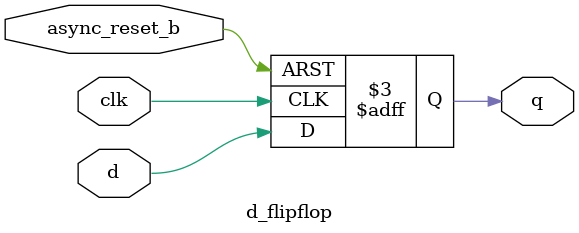
<source format=v>
module d_flipflop(input d,clk,async_reset_b, output q);
reg q;

always @(posedge clk or negedge async_reset_b)
    begin
      if(!async_reset_b)
        q<=0;
      else
        q<=d;
    end

endmodule

</source>
